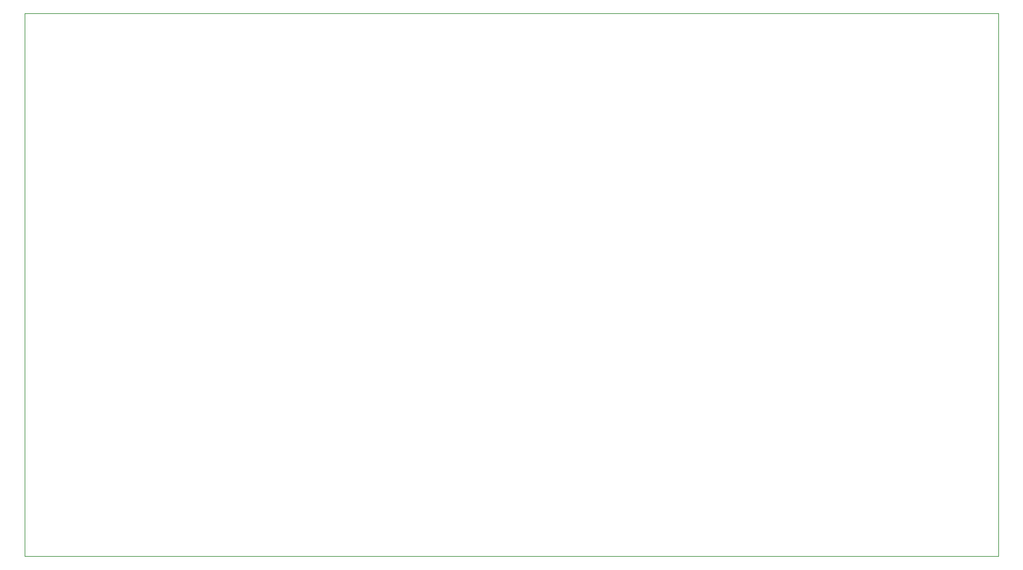
<source format=gbr>
%TF.GenerationSoftware,KiCad,Pcbnew,9.0.2*%
%TF.CreationDate,2025-07-21T01:26:10-05:00*%
%TF.ProjectId,lorae22,6c6f7261-6532-4322-9e6b-696361645f70,rev?*%
%TF.SameCoordinates,Original*%
%TF.FileFunction,Profile,NP*%
%FSLAX46Y46*%
G04 Gerber Fmt 4.6, Leading zero omitted, Abs format (unit mm)*
G04 Created by KiCad (PCBNEW 9.0.2) date 2025-07-21 01:26:10*
%MOMM*%
%LPD*%
G01*
G04 APERTURE LIST*
%TA.AperFunction,Profile*%
%ADD10C,0.100000*%
%TD*%
G04 APERTURE END LIST*
D10*
X85877558Y-54240311D02*
X216277558Y-54240311D01*
X216277558Y-126840311D01*
X85877558Y-126840311D01*
X85877558Y-54240311D01*
M02*

</source>
